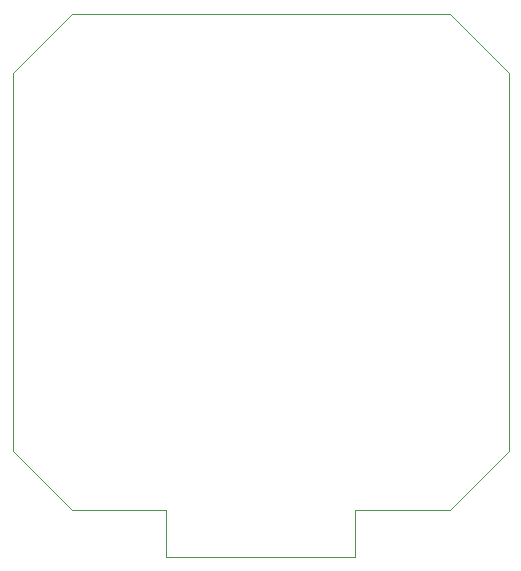
<source format=gm1>
G04 #@! TF.GenerationSoftware,KiCad,Pcbnew,(5.1.12-1-10_14)*
G04 #@! TF.CreationDate,2021-12-21T11:16:05-05:00*
G04 #@! TF.ProjectId,FlowerPeripheral,466c6f77-6572-4506-9572-697068657261,rev?*
G04 #@! TF.SameCoordinates,Original*
G04 #@! TF.FileFunction,Profile,NP*
%FSLAX46Y46*%
G04 Gerber Fmt 4.6, Leading zero omitted, Abs format (unit mm)*
G04 Created by KiCad (PCBNEW (5.1.12-1-10_14)) date 2021-12-21 11:16:05*
%MOMM*%
%LPD*%
G01*
G04 APERTURE LIST*
G04 #@! TA.AperFunction,Profile*
%ADD10C,0.050000*%
G04 #@! TD*
G04 APERTURE END LIST*
D10*
X125000000Y-113000000D02*
X125000000Y-81000000D01*
X130000000Y-118000000D02*
X125000000Y-113000000D01*
X138000000Y-118000000D02*
X130000000Y-118000000D01*
X138000000Y-122000000D02*
X138000000Y-118000000D01*
X154000000Y-122000000D02*
X138000000Y-122000000D01*
X154000000Y-118000000D02*
X154000000Y-122000000D01*
X162000000Y-118000000D02*
X154000000Y-118000000D01*
X167000000Y-113000000D02*
X162000000Y-118000000D01*
X167000000Y-81000000D02*
X167000000Y-113000000D01*
X162000000Y-76000000D02*
X167000000Y-81000000D01*
X130000000Y-76000000D02*
X162000000Y-76000000D01*
X125000000Y-81000000D02*
X130000000Y-76000000D01*
M02*

</source>
